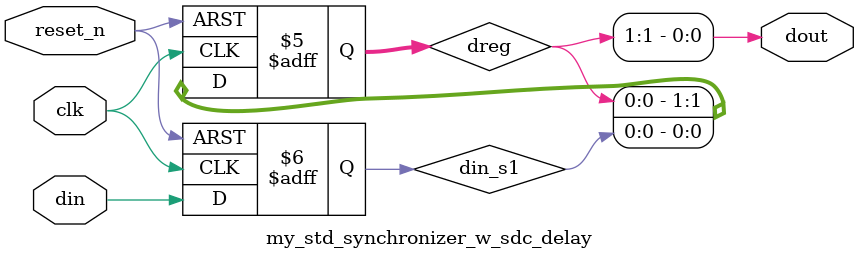
<source format=v>

`timescale 1ns / 1ns

module my_std_synchronizer_w_sdc_delay (
                                clk, 
                                reset_n, 
                                din, 
                                dout
                                );

    // GLOBAL PARAMETER DECLARATION
    parameter depth = 3; // This value must be >= 2 !
       
    // INPUT PORT DECLARATION 
    input   clk;
    input   reset_n;    
    input   din;

    // OUTPUT PORT DECLARATION 
    output  dout;

    // QuartusII synthesis directives:
    //     1. Preserve all registers ie. do not touch them.
    //     2. Do not merge other flip-flops with synchronizer flip-flops.
    // QuartusII TimeQuest directives:
    //     1. Identify all flip-flops in this module as members of the synchronizer 
    //        to enable automatic metastability MTBF analysis.
    //     2. Cut all timing paths terminating on data input pin of the first flop din_s1.

    (* altera_attribute = {"-name SYNCHRONIZER_IDENTIFICATION FORCED_IF_ASYNCHRONOUS; -name DONT_MERGE_REGISTER ON; -name PRESERVE_REGISTER ON; -name SDC_STATEMENT \"set_max_delay -to [get_keepers {*my_std_synchronizer_w_sdc_delay:*|din_s1}] 40\" -name SDC_STATEMENT \"set_min_delay -to [get_keepers {*my_std_synchronizer_w_sdc_delay:*|din_s1}] -15\"  "} *) reg din_s1;

    (* altera_attribute = {"-name SYNCHRONIZER_IDENTIFICATION FORCED_IF_ASYNCHRONOUS; -name DONT_MERGE_REGISTER ON; -name PRESERVE_REGISTER ON"} *) reg [depth-2:0] dreg;    

    always @(posedge clk or negedge reset_n) begin
        if (reset_n == 0) 
            din_s1 <= 1'b0;
        else
            din_s1 <= din;
    end  

    // the remaining synchronizer registers form a simple shift register
    // of length depth-1

    generate
        if (depth < 3) begin
            always @(posedge clk or negedge reset_n) begin
                if (reset_n == 0) 
                    dreg <= {depth-1{1'b0}};      
                else
                    dreg <= din_s1;
            end     
        end else begin
            always @(posedge clk or negedge reset_n) begin
                if (reset_n == 0) 
                    dreg <= {depth-1{1'b0}};
                else
                    dreg <= {dreg[depth-3:0], din_s1};
            end
        end
    endgenerate

    assign dout = dreg[depth-2];
   
endmodule  // my_std_synchronizer
// END OF MODULE
</source>
